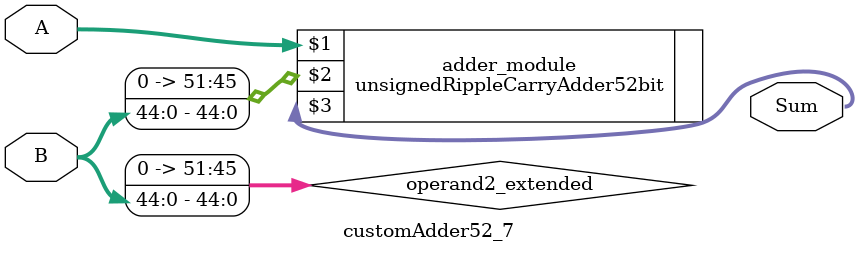
<source format=v>
module customAdder52_7(
                        input [51 : 0] A,
                        input [44 : 0] B,
                        
                        output [52 : 0] Sum
                );

        wire [51 : 0] operand2_extended;
        
        assign operand2_extended =  {7'b0, B};
        
        unsignedRippleCarryAdder52bit adder_module(
            A,
            operand2_extended,
            Sum
        );
        
        endmodule
        
</source>
